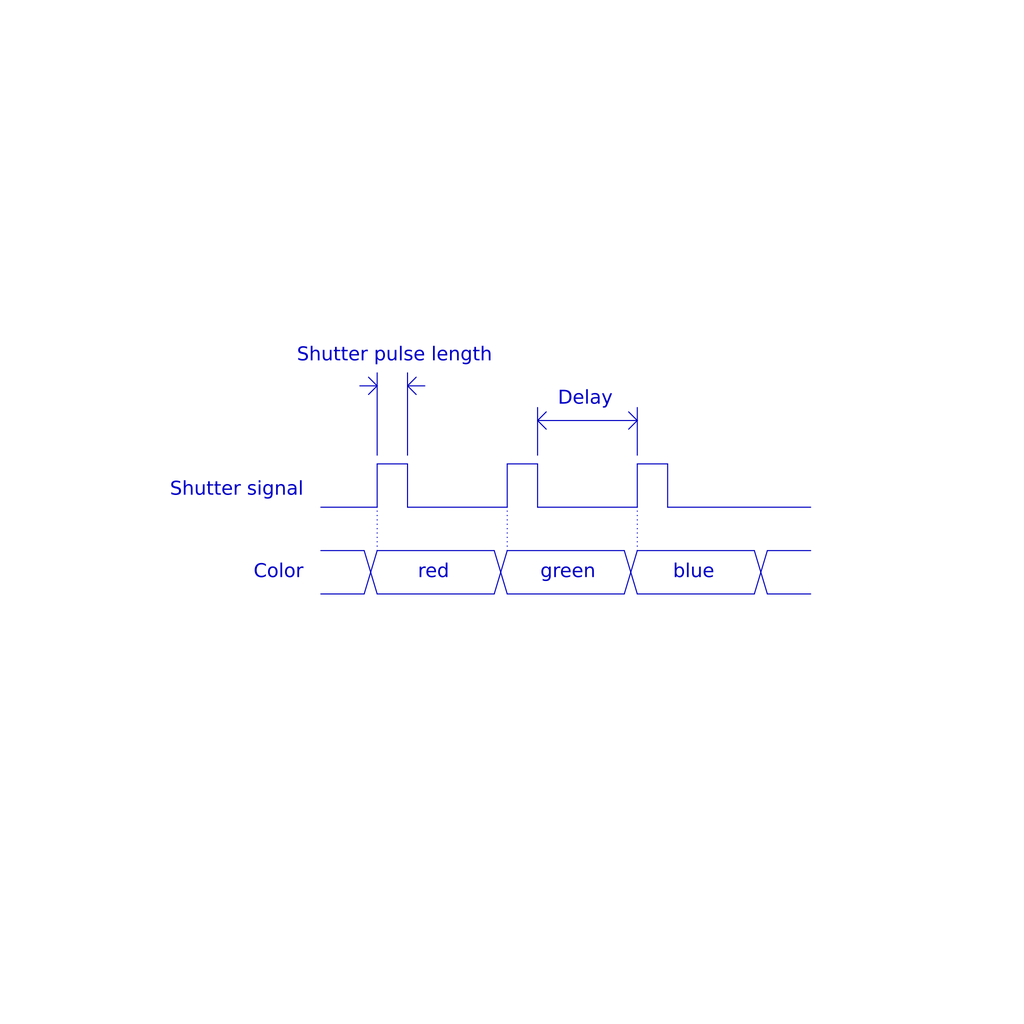
<source format=kicad_sch>
(kicad_sch
	(version 20250114)
	(generator "eeschema")
	(generator_version "9.0")
	(uuid "c8a00c41-9f51-47b6-84f2-0dd34d2f69e4")
	(paper "User" 150 150)
	(lib_symbols)
	(text "Delay"
		(exclude_from_sim no)
		(at 85.725 59.055 0)
		(effects
			(font
				(face "Barlow")
				(size 2 2)
			)
		)
		(uuid "07d8ec6b-479d-4830-ad1d-7adcc6c268f9")
	)
	(text "blue"
		(exclude_from_sim no)
		(at 101.6 84.455 0)
		(effects
			(font
				(face "Barlow")
				(size 2 2)
			)
		)
		(uuid "275800a6-9071-47ee-b4f1-e62d0c673e0a")
	)
	(text "Shutter pulse length"
		(exclude_from_sim no)
		(at 57.785 52.705 0)
		(effects
			(font
				(face "Barlow")
				(size 2 2)
			)
		)
		(uuid "580ad374-397a-4400-ac71-4549eb4d3b1d")
	)
	(text "Shutter signal"
		(exclude_from_sim no)
		(at 44.45 72.39 0)
		(effects
			(font
				(face "Barlow")
				(size 2 2)
			)
			(justify right)
		)
		(uuid "64039a62-7101-41e1-8830-62d588b417a7")
	)
	(text "Color"
		(exclude_from_sim no)
		(at 44.45 84.455 0)
		(effects
			(font
				(face "Barlow")
				(size 2 2)
			)
			(justify right)
		)
		(uuid "905c7578-8011-4632-9b6f-75d771ec51c4")
	)
	(text "green\n"
		(exclude_from_sim no)
		(at 83.185 84.455 0)
		(effects
			(font
				(face "Barlow")
				(size 2 2)
			)
		)
		(uuid "c86cadcb-2591-41f8-b012-400b3eda7295")
	)
	(text "red"
		(exclude_from_sim no)
		(at 63.5 84.455 0)
		(effects
			(font
				(face "Barlow")
				(size 2 2)
			)
		)
		(uuid "e181a72a-2f38-4c53-ac21-bb50d5233495")
	)
	(polyline
		(pts
			(xy 110.49 80.645) (xy 112.395 86.995)
		)
		(stroke
			(width 0)
			(type default)
		)
		(uuid "0408582b-b831-41b3-8017-63eafdbc5091")
	)
	(polyline
		(pts
			(xy 53.975 57.785) (xy 55.245 56.515)
		)
		(stroke
			(width 0)
			(type default)
		)
		(uuid "04d4ef52-bec7-4857-bcb6-dd4ec4b2172e")
	)
	(polyline
		(pts
			(xy 80.01 62.865) (xy 78.74 61.595)
		)
		(stroke
			(width 0)
			(type default)
		)
		(uuid "04f45bb5-c675-4969-9663-a7b73f389bf8")
	)
	(polyline
		(pts
			(xy 72.39 86.995) (xy 74.295 80.645)
		)
		(stroke
			(width 0)
			(type default)
		)
		(uuid "0681e740-b485-4d56-8a55-d227953d693a")
	)
	(polyline
		(pts
			(xy 55.245 54.61) (xy 55.245 66.675)
		)
		(stroke
			(width 0)
			(type default)
		)
		(uuid "0e21c529-c624-4059-9cdc-139ac8cfcfb3")
	)
	(polyline
		(pts
			(xy 52.705 56.515) (xy 55.245 56.515)
		)
		(stroke
			(width 0)
			(type default)
		)
		(uuid "0fec4b4b-2cbd-456c-bdee-9fae0f2f07d3")
	)
	(polyline
		(pts
			(xy 53.975 55.245) (xy 55.245 56.515)
		)
		(stroke
			(width 0)
			(type default)
		)
		(uuid "1328cd98-4942-410d-b25e-b2c5ffb3a875")
	)
	(polyline
		(pts
			(xy 91.44 86.995) (xy 93.345 80.645)
		)
		(stroke
			(width 0)
			(type default)
		)
		(uuid "16569983-49ef-4296-a9c4-65632c242222")
	)
	(polyline
		(pts
			(xy 92.075 60.325) (xy 93.345 61.595)
		)
		(stroke
			(width 0)
			(type default)
		)
		(uuid "1dcf576a-35e8-4284-9bbd-f19c40c649bf")
	)
	(polyline
		(pts
			(xy 74.295 74.295) (xy 74.295 67.945)
		)
		(stroke
			(width 0)
			(type default)
		)
		(uuid "1ffd9c1e-59b0-4e6a-9c50-49becf877c37")
	)
	(polyline
		(pts
			(xy 92.075 62.865) (xy 93.345 61.595)
		)
		(stroke
			(width 0)
			(type default)
		)
		(uuid "2eb1da2a-dd8f-4a62-b1be-9869d1b76412")
	)
	(polyline
		(pts
			(xy 55.245 86.995) (xy 72.39 86.995)
		)
		(stroke
			(width 0)
			(type default)
		)
		(uuid "2fe8245a-f7ea-4a76-a124-f7b98bff7295")
	)
	(polyline
		(pts
			(xy 53.34 86.995) (xy 55.245 80.645)
		)
		(stroke
			(width 0)
			(type default)
		)
		(uuid "35b772a9-dace-4121-9bbb-78d3c721efba")
	)
	(polyline
		(pts
			(xy 59.69 74.295) (xy 59.69 67.945)
		)
		(stroke
			(width 0)
			(type default)
		)
		(uuid "39ac681b-999a-41b0-b8f8-e8930b8c05d0")
	)
	(polyline
		(pts
			(xy 55.245 74.295) (xy 55.245 67.945)
		)
		(stroke
			(width 0)
			(type default)
		)
		(uuid "454b6e8c-2ce4-406b-adbd-4c18da357a4e")
	)
	(polyline
		(pts
			(xy 60.96 57.785) (xy 59.69 56.515)
		)
		(stroke
			(width 0)
			(type default)
		)
		(uuid "500c4f18-bce1-4429-87e2-db328fb0754c")
	)
	(polyline
		(pts
			(xy 53.34 80.645) (xy 55.245 86.995)
		)
		(stroke
			(width 0)
			(type default)
		)
		(uuid "5b4cb0a0-23f1-42af-a880-ac7656795591")
	)
	(polyline
		(pts
			(xy 59.69 54.61) (xy 59.69 66.675)
		)
		(stroke
			(width 0)
			(type default)
		)
		(uuid "5cbe5f0e-a122-40d5-ae8d-db0d423d5ce6")
	)
	(polyline
		(pts
			(xy 93.345 86.995) (xy 110.49 86.995)
		)
		(stroke
			(width 0)
			(type default)
		)
		(uuid "5ee3504b-93ec-404c-9116-f8efd24e8c7c")
	)
	(polyline
		(pts
			(xy 93.345 80.645) (xy 93.345 74.295)
		)
		(stroke
			(width 0)
			(type dot)
		)
		(uuid "62aa9e2a-c33a-4510-be07-395da5f44e2d")
	)
	(polyline
		(pts
			(xy 74.295 67.945) (xy 78.74 67.945)
		)
		(stroke
			(width 0)
			(type default)
		)
		(uuid "713dab2c-62aa-4026-af23-356bb2ebd715")
	)
	(polyline
		(pts
			(xy 74.295 80.645) (xy 91.44 80.645)
		)
		(stroke
			(width 0)
			(type default)
		)
		(uuid "713e6540-a1a7-40b2-80ae-b8dd18dc622a")
	)
	(polyline
		(pts
			(xy 72.39 80.645) (xy 74.295 86.995)
		)
		(stroke
			(width 0)
			(type default)
		)
		(uuid "73a5d5f4-74ba-43de-b4b9-7651390fec57")
	)
	(polyline
		(pts
			(xy 80.01 60.325) (xy 78.74 61.595)
		)
		(stroke
			(width 0)
			(type default)
		)
		(uuid "77a2e24b-ab74-4e71-ada8-ea2c523c57da")
	)
	(polyline
		(pts
			(xy 74.295 80.645) (xy 74.295 74.295)
		)
		(stroke
			(width 0)
			(type dot)
		)
		(uuid "7c0b6e85-996c-457f-8556-d7e5ed3db870")
	)
	(polyline
		(pts
			(xy 46.99 86.995) (xy 53.34 86.995)
		)
		(stroke
			(width 0)
			(type default)
		)
		(uuid "7dd6e276-2d4c-4ff7-858d-fb298b1b316a")
	)
	(polyline
		(pts
			(xy 93.345 80.645) (xy 110.49 80.645)
		)
		(stroke
			(width 0)
			(type default)
		)
		(uuid "7e49cc22-c3d6-4811-b3a9-b53d905d0463")
	)
	(polyline
		(pts
			(xy 93.345 59.69) (xy 93.345 66.675)
		)
		(stroke
			(width 0)
			(type default)
		)
		(uuid "7ea43a12-bac6-4f32-8bdc-4a4272c63a94")
	)
	(polyline
		(pts
			(xy 46.99 80.645) (xy 53.34 80.645)
		)
		(stroke
			(width 0)
			(type default)
		)
		(uuid "81a7f0f3-4324-48cd-83ee-ffd6bc3aed93")
	)
	(polyline
		(pts
			(xy 78.74 74.295) (xy 78.74 67.945)
		)
		(stroke
			(width 0)
			(type default)
		)
		(uuid "8c759147-b163-47a3-a41f-88a387e86208")
	)
	(polyline
		(pts
			(xy 91.44 80.645) (xy 93.345 86.995)
		)
		(stroke
			(width 0)
			(type default)
		)
		(uuid "98ada472-a825-4783-9041-2eff692de1a0")
	)
	(polyline
		(pts
			(xy 78.74 74.295) (xy 93.345 74.295)
		)
		(stroke
			(width 0)
			(type default)
		)
		(uuid "a0b0c9bb-6ba0-4807-8e20-c0ec11269de6")
	)
	(polyline
		(pts
			(xy 59.69 74.295) (xy 74.295 74.295)
		)
		(stroke
			(width 0)
			(type default)
		)
		(uuid "a1b42756-7566-45cf-b2bf-fa0480661aa2")
	)
	(polyline
		(pts
			(xy 78.74 59.69) (xy 78.74 66.675)
		)
		(stroke
			(width 0)
			(type default)
		)
		(uuid "a1c5bd68-d55e-4317-88fc-61b3dba3cbf2")
	)
	(polyline
		(pts
			(xy 110.49 86.995) (xy 112.395 80.645)
		)
		(stroke
			(width 0)
			(type default)
		)
		(uuid "a4d96122-3426-4f21-be03-07467c5abf9c")
	)
	(polyline
		(pts
			(xy 112.395 86.995) (xy 118.745 86.995)
		)
		(stroke
			(width 0)
			(type default)
		)
		(uuid "a75f1224-ca2b-44c4-8a56-a59b12e684b7")
	)
	(polyline
		(pts
			(xy 46.99 74.295) (xy 55.245 74.295)
		)
		(stroke
			(width 0)
			(type default)
		)
		(uuid "aa397820-2b34-4b98-87a6-37fd856aeb13")
	)
	(polyline
		(pts
			(xy 55.245 67.945) (xy 59.69 67.945)
		)
		(stroke
			(width 0)
			(type default)
		)
		(uuid "aa9dc9dc-b043-4ba4-87f0-912ef94cce9b")
	)
	(polyline
		(pts
			(xy 97.79 74.295) (xy 97.79 67.945)
		)
		(stroke
			(width 0)
			(type default)
		)
		(uuid "afce0e40-8ba4-486d-8fdb-d0923da752eb")
	)
	(polyline
		(pts
			(xy 97.79 74.295) (xy 118.745 74.295)
		)
		(stroke
			(width 0)
			(type default)
		)
		(uuid "b0f1aa36-3495-44ca-b9d3-680452c74629")
	)
	(polyline
		(pts
			(xy 93.345 67.945) (xy 97.79 67.945)
		)
		(stroke
			(width 0)
			(type default)
		)
		(uuid "b345ac24-5543-40b4-81aa-2e3f65d07c37")
	)
	(polyline
		(pts
			(xy 59.69 56.515) (xy 62.23 56.515)
		)
		(stroke
			(width 0)
			(type default)
		)
		(uuid "b6fcf819-0bac-425b-a623-8d5f66040651")
	)
	(polyline
		(pts
			(xy 112.395 80.645) (xy 118.745 80.645)
		)
		(stroke
			(width 0)
			(type default)
		)
		(uuid "cd0541e9-7c1a-489e-b907-a4e1cb176324")
	)
	(polyline
		(pts
			(xy 78.74 61.595) (xy 81.28 61.595)
		)
		(stroke
			(width 0)
			(type default)
		)
		(uuid "d1183400-d7f5-4efc-b80b-355b62aca1a9")
	)
	(polyline
		(pts
			(xy 55.245 80.645) (xy 72.39 80.645)
		)
		(stroke
			(width 0)
			(type default)
		)
		(uuid "d38c8506-30d1-4d58-92b9-8d2bbca70194")
	)
	(polyline
		(pts
			(xy 60.96 55.245) (xy 59.69 56.515)
		)
		(stroke
			(width 0)
			(type default)
		)
		(uuid "d6cae9c0-8dcb-459b-9b77-7356da2bb83f")
	)
	(polyline
		(pts
			(xy 93.345 74.295) (xy 93.345 67.945)
		)
		(stroke
			(width 0)
			(type default)
		)
		(uuid "dc025f0d-859b-4f71-896c-9178bdc57de8")
	)
	(polyline
		(pts
			(xy 81.28 61.595) (xy 93.345 61.595)
		)
		(stroke
			(width 0)
			(type default)
		)
		(uuid "e76b9465-d1fc-47be-affc-3160d1bc500e")
	)
	(polyline
		(pts
			(xy 55.245 80.645) (xy 55.245 74.295)
		)
		(stroke
			(width 0)
			(type dot)
		)
		(uuid "f9090bed-1027-47f5-a1ec-dfae9593a91e")
	)
	(polyline
		(pts
			(xy 74.295 86.995) (xy 91.44 86.995)
		)
		(stroke
			(width 0)
			(type default)
		)
		(uuid "fc84ef84-cd00-4520-960d-5bdbc5d89049")
	)
	(sheet_instances
		(path "/"
			(page "1")
		)
	)
	(embedded_fonts no)
)

</source>
